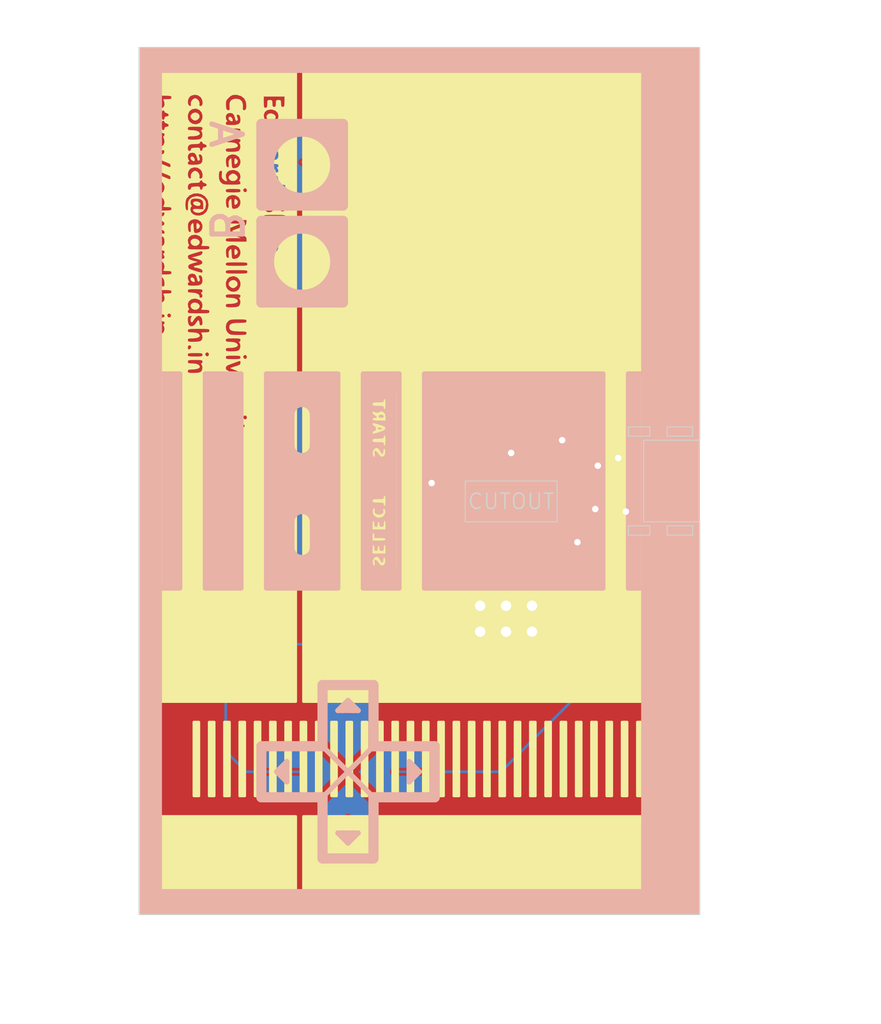
<source format=kicad_pcb>
(kicad_pcb (version 3) (host pcbnew "(2013-07-07 BZR 4022)-stable")
  (layers (15 F.Cu signal) (0 B.Cu signal) (18 B.Paste user) (19 F.Paste user) (20 B.SilkS user hide) (21 F.SilkS user hide) (22 B.Mask user) (23 F.Mask user) (28 Edge.Cuts user))
  (net 0 "")
  (net 1 +5V)
  (net 2 /MISO)
  (net 3 /MOSI)
  (net 4 /RST)
  (net 5 /SCK)
  (net 6 GND)
  (net 7 N-0000013)
  (net 8 N-0000016)
  (net 9 N-0000017)
  (net 10 N-000009)
  (module 15542661MicroUSBB (layer B.Cu) (at 194.5 92.5 270)
    (fp_text reference CON1 hide)
    (fp_text value USB-MINI-B hide)
    (pad 1 smd rect (at 1.3 1 270) (size 0.4 1.6) (layers B.Cu B.Paste B.Mask) (net 1 +5V))
    (pad 2 smd rect (at 0.65 1 270) (size 0.4 1.6) (layers B.Cu B.Paste B.Mask) (net 9 N-0000017))
    (pad 3 smd rect (at 0 1 270) (size 0.4 1.6) (layers B.Cu B.Paste B.Mask) (net 8 N-0000016))
    (pad 4 smd rect (at -0.65 1 270) (size 0.4 1.6) (layers B.Cu B.Paste B.Mask))
    (pad 5 smd rect (at -1.3 1 270) (size 0.4 1.6) (layers B.Cu B.Paste B.Mask) (net 6 GND))
    (pad 6 smd rect (at -4.8735 0.45 270) (size 1.4 2.6) (layers B.Cu B.Paste B.Mask) (net 6 GND))
    (pad 7 smd rect (at 4.8735 0.45 270) (size 1.4 2.6) (layers B.Cu B.Paste B.Mask) (net 6 GND))
    (pad 8 smd rect (at -4.8735 -3.55 270) (size 1.4 2.85) (layers B.Cu B.Paste B.Mask) (net 6 GND))
    (pad 9 smd rect (at 4.8735 -3.55 270) (size 1.4 2.85) (layers B.Cu B.Paste B.Mask) (net 6 GND))
  )
  (module SMini4-F3-B (layer B.Cu) (at 188.5 88.5 180)
    (fp_text reference D1 hide)
    (fp_text value ZENERARRAY hide)
    (pad 1 smd rect (at -0.65 0.95 180) (size 0.8 0.8) (layers B.Cu B.Paste B.Mask) (net 6 GND))
    (pad 2 smd rect (at -0.65 -0.95 180) (size 0.8 0.8) (layers B.Cu B.Paste B.Mask) (net 6 GND))
    (pad 3 smd rect (at 0.65 -0.95 180) (size 0.8 0.8) (layers B.Cu B.Paste B.Mask) (net 9 N-0000017))
    (pad 4 smd rect (at 0.65 0.95 180) (size 0.8 0.8) (layers B.Cu B.Paste B.Mask) (net 8 N-0000016))
  )
  (module SM0603 (layer B.Cu) (at 188 92 90)
    (fp_text reference R1 hide)
    (fp_text value 1.5k hide)
    (pad 1 smd rect (at -0.762 0 90) (size 0.635 1.143) (layers B.Cu B.Paste B.Mask) (net 1 +5V))
    (pad 2 smd rect (at 0.762 0 90) (size 0.635 1.143) (layers B.Cu B.Paste B.Mask) (net 9 N-0000017))
  )
  (module SM0402_c (layer B.Cu) (at 188 95.5 270)
    (fp_text reference C1 hide)
    (fp_text value 0.1uF hide)
    (pad 1 smd rect (at -0.44958 0 270) (size 0.39878 0.59944) (layers B.Cu B.Paste B.Mask) (net 1 +5V))
    (pad 2 smd rect (at 0.44958 0 270) (size 0.39878 0.59944) (layers B.Cu B.Paste B.Mask) (net 6 GND))
  )
  (module MNR12 (layer B.Cu) (at 184 88.5 90)
    (fp_text reference RP1 hide)
    (fp_text value 68R hide)
    (pad 1 smd rect (at -0.45 -0.875 90) (size 0.5 0.75) (layers B.Cu B.Paste B.Mask) (net 10 N-000009))
    (pad 2 smd rect (at 0.45 -0.875 90) (size 0.5 0.75) (layers B.Cu B.Paste B.Mask) (net 7 N-0000013))
    (pad 3 smd rect (at 0.45 0.875 90) (size 0.5 0.75) (layers B.Cu B.Paste B.Mask) (net 8 N-0000016))
    (pad 4 smd rect (at -0.45 0.875 90) (size 0.5 0.75) (layers B.Cu B.Paste B.Mask) (net 9 N-0000017))
  )
  (module so-14-inverted (layer B.Cu) (at 181.5 94.5 180)
    (fp_text reference IC1 hide)
    (fp_text value ATTINY44-S hide)
    (pad 1 smd rect (at -3.81 2.794 180) (size 0.635 1.27) (layers B.Cu B.Paste B.Mask) (net 1 +5V))
    (pad 2 smd rect (at -2.54 2.794 180) (size 0.635 1.27) (layers B.Cu B.Paste B.Mask))
    (pad 3 smd rect (at -1.27 2.794 180) (size 0.635 1.27) (layers B.Cu B.Paste B.Mask) (net 10 N-000009))
    (pad 4 smd rect (at 0 2.794 180) (size 0.635 1.27) (layers B.Cu B.Paste B.Mask) (net 4 /RST))
    (pad 5 smd rect (at 1.27 2.794 180) (size 0.635 1.27) (layers B.Cu B.Paste B.Mask) (net 7 N-0000013))
    (pad 6 smd rect (at 2.54 2.794 180) (size 0.635 1.27) (layers B.Cu B.Paste B.Mask))
    (pad 7 smd rect (at 3.81 2.794 180) (size 0.635 1.27) (layers B.Cu B.Paste B.Mask) (net 3 /MOSI))
    (pad 8 smd rect (at 3.81 -2.794 180) (size 0.635 1.27) (layers B.Cu B.Paste B.Mask) (net 2 /MISO))
    (pad 9 smd rect (at 2.54 -2.794 180) (size 0.635 1.27) (layers B.Cu B.Paste B.Mask) (net 5 /SCK))
    (pad 10 smd rect (at 1.27 -2.794 180) (size 0.635 1.27) (layers B.Cu B.Paste B.Mask))
    (pad 11 smd rect (at 0 -2.794 180) (size 0.635 1.27) (layers B.Cu B.Paste B.Mask))
    (pad 12 smd rect (at -1.27 -2.794 180) (size 0.635 1.27) (layers B.Cu B.Paste B.Mask))
    (pad 13 smd rect (at -2.54 -2.794 180) (size 0.635 1.27) (layers B.Cu B.Paste B.Mask))
    (pad 14 smd rect (at -3.81 -2.794 180) (size 0.635 1.27) (layers B.Cu B.Paste B.Mask) (net 6 GND))
  )
  (module LOGO (layer F.Cu) (at 152.75 72 270)
    (fp_text reference G*** hide)
    (fp_text value LOGO hide)
  )
  (module selectstart (layer B.Cu) (at 168.5 92.5 270)
    (fp_text reference G*** hide)
    (fp_text value selectstart hide)
  )
  (module pin_array_3x2_no_silk (layer F.Cu) (at 181 106)
    (fp_text reference P1 (at 0 -3.81) (layer F.SilkS) (effects (font (size 1.016 1.016) (thickness 0.2032))))
    (fp_text value CONN_3X2 hide)
    (pad 1 thru_hole rect (at -2.54 1.27) (size 1.524 1.524) (drill 1.016) (layers *.Cu *.Mask F.SilkS) (net 2 /MISO))
    (pad 2 thru_hole circle (at -2.54 -1.27) (size 1.524 1.524) (drill 1.016) (layers *.Cu *.Mask F.SilkS) (net 1 +5V))
    (pad 3 thru_hole circle (at 0 1.27) (size 1.524 1.524) (drill 1.016) (layers *.Cu *.Mask F.SilkS) (net 5 /SCK))
    (pad 4 thru_hole circle (at 0 -1.27) (size 1.524 1.524) (drill 1.016) (layers *.Cu *.Mask F.SilkS) (net 3 /MOSI))
    (pad 5 thru_hole circle (at 2.54 1.27) (size 1.524 1.524) (drill 1.016) (layers *.Cu *.Mask F.SilkS) (net 4 /RST))
    (pad 6 thru_hole circle (at 2.54 -1.27) (size 1.524 1.524) (drill 1.016) (layers *.Cu *.Mask F.SilkS) (net 6 GND))
  )
  (gr_line (start 196.8 87.2) (end 196.8 88.1) (angle 90) (layer Edge.Cuts) (width 0.1))
  (gr_line (start 199.3 87.2) (end 199.3 88.1) (angle 90) (layer Edge.Cuts) (width 0.1))
  (gr_line (start 196.8 87.2) (end 199.3 87.2) (angle 90) (layer Edge.Cuts) (width 0.1))
  (gr_line (start 196.8 88.1) (end 199.3 88.1) (angle 90) (layer Edge.Cuts) (width 0.1))
  (gr_line (start 193 88.1) (end 193 87.2) (angle 90) (layer Edge.Cuts) (width 0.1))
  (gr_line (start 195.1 88.1) (end 193 88.1) (angle 90) (layer Edge.Cuts) (width 0.1))
  (gr_line (start 195.1 87.2) (end 195.1 88.1) (angle 90) (layer Edge.Cuts) (width 0.1))
  (gr_line (start 193 87.2) (end 195.1 87.2) (angle 90) (layer Edge.Cuts) (width 0.1))
  (gr_line (start 193 96.9) (end 195.1 96.9) (angle 90) (layer Edge.Cuts) (width 0.1))
  (gr_line (start 193 97.8) (end 193 96.9) (angle 90) (layer Edge.Cuts) (width 0.1))
  (gr_line (start 195.1 97.8) (end 193 97.8) (angle 90) (layer Edge.Cuts) (width 0.1))
  (gr_line (start 195.1 97.8) (end 195.1 96.9) (angle 90) (layer Edge.Cuts) (width 0.1))
  (gr_line (start 196.8 96.9) (end 199.3 96.9) (angle 90) (layer Edge.Cuts) (width 0.1))
  (gr_line (start 196.8 97.8) (end 196.8 96.9) (angle 90) (layer Edge.Cuts) (width 0.1))
  (gr_line (start 199.3 97.8) (end 196.8 97.8) (angle 90) (layer Edge.Cuts) (width 0.1))
  (gr_line (start 199.3 96.9) (end 199.3 97.8) (angle 90) (layer Edge.Cuts) (width 0.1))
  (gr_text CUTOUT (at 181.5 94.5) (layer Edge.Cuts) (effects (font (size 1.5 1.5))))
  (gr_line (start 186 96.5) (end 186 92.5) (angle 90) (layer Edge.Cuts) (width 0.1))
  (gr_line (start 177 96.5) (end 186 96.5) (angle 90) (layer Edge.Cuts) (width 0.1))
  (gr_line (start 177 92.5) (end 177 96.5) (angle 90) (layer Edge.Cuts) (width 0.1))
  (gr_line (start 186 92.5) (end 177 92.5) (angle 90) (layer Edge.Cuts) (width 0.1))
  (gr_circle (center 161 71) (end 161 68) (layer B.SilkS) (width 0.5))
  (gr_line (start 157 57.5) (end 157 65.5) (angle 90) (layer B.SilkS) (width 1))
  (gr_circle (center 161 61.5) (end 161 64.5) (layer B.SilkS) (width 0.5))
  (gr_text A (at 153.5 58.5 270) (layer B.SilkS) (effects (font (size 3 3) (thickness 0.5)) (justify mirror)))
  (gr_text B (at 153.5 67.5 270) (layer B.SilkS) (effects (font (size 3 3) (thickness 0.5)) (justify mirror)))
  (gr_line (start 170 103) (end 170 82) (angle 90) (layer B.SilkS) (width 0.5))
  (gr_line (start 194 82) (end 194 103) (angle 90) (layer B.SilkS) (width 0.5))
  (gr_line (start 193 103) (end 195 103) (angle 90) (layer B.SilkS) (width 0.5))
  (gr_line (start 193 82) (end 193 103) (angle 90) (layer B.SilkS) (width 0.5))
  (gr_line (start 194.5 82) (end 193 82) (angle 90) (layer B.SilkS) (width 0.5))
  (gr_line (start 190.5 103) (end 173 103) (angle 90) (layer B.SilkS) (width 0.5))
  (gr_line (start 190.5 82) (end 190.5 103) (angle 90) (layer B.SilkS) (width 0.5))
  (gr_line (start 173 82) (end 190.5 82) (angle 90) (layer B.SilkS) (width 0.5))
  (gr_line (start 147.5 82) (end 147.5 103) (angle 90) (layer B.SilkS) (width 0.5))
  (gr_line (start 173 82) (end 173 103) (angle 90) (layer B.SilkS) (width 0.5))
  (gr_line (start 167 103) (end 167 82) (angle 90) (layer B.SilkS) (width 0.5))
  (gr_line (start 170.5 103) (end 167 103) (angle 90) (layer B.SilkS) (width 0.5))
  (gr_line (start 170.5 82) (end 170.5 103) (angle 90) (layer B.SilkS) (width 0.5))
  (gr_line (start 167 82) (end 170.5 82) (angle 90) (layer B.SilkS) (width 0.5))
  (gr_line (start 149 82) (end 146 82) (angle 90) (layer B.SilkS) (width 0.5))
  (gr_line (start 149 103) (end 149 82) (angle 90) (layer B.SilkS) (width 0.5))
  (gr_line (start 149 103) (end 146 103) (angle 90) (layer B.SilkS) (width 0.5))
  (gr_line (start 151.5 103) (end 155 103) (angle 90) (layer B.SilkS) (width 0.5))
  (gr_line (start 151.5 82) (end 151.5 103) (angle 90) (layer B.SilkS) (width 0.5))
  (gr_line (start 155 82) (end 151.5 82) (angle 90) (layer B.SilkS) (width 0.5))
  (gr_line (start 155 103) (end 155 82) (angle 90) (layer B.SilkS) (width 0.5))
  (gr_line (start 157.5 103) (end 157.5 82) (angle 90) (layer B.SilkS) (width 0.5))
  (gr_line (start 164.5 82) (end 164.5 103) (angle 90) (layer B.SilkS) (width 0.5))
  (gr_line (start 157.5 103) (end 164.5 103) (angle 90) (layer B.SilkS) (width 0.5))
  (gr_line (start 164.5 82) (end 157.5 82) (angle 90) (layer B.SilkS) (width 0.5))
  (gr_line (start 162 96.5) (end 162 99) (angle 90) (layer B.SilkS) (width 0.5))
  (gr_line (start 160 96.5) (end 160 99) (angle 90) (layer B.SilkS) (width 0.5))
  (gr_line (start 162 86) (end 162 89) (angle 90) (layer B.SilkS) (width 0.5))
  (gr_line (start 160 86) (end 160 89) (angle 90) (layer B.SilkS) (width 0.5))
  (gr_arc (start 161 99) (end 162 99) (angle 90) (layer B.SilkS) (width 0.5))
  (gr_arc (start 161 99) (end 161 100) (angle 90) (layer B.SilkS) (width 0.5))
  (gr_arc (start 161 96.5) (end 160 96.5) (angle 90) (layer B.SilkS) (width 0.5))
  (gr_arc (start 161 96.5) (end 161 95.5) (angle 90) (layer B.SilkS) (width 0.5))
  (gr_arc (start 161 89) (end 162 89) (angle 90) (layer B.SilkS) (width 0.5))
  (gr_arc (start 161 89) (end 161 90) (angle 90) (layer B.SilkS) (width 0.5))
  (gr_arc (start 161 86) (end 160 86) (angle 90) (layer B.SilkS) (width 0.5))
  (gr_arc (start 161 86) (end 161 85) (angle 90) (layer B.SilkS) (width 0.5))
  (gr_line (start 163 118.5) (end 168 123.5) (angle 90) (layer B.SilkS) (width 0.5))
  (gr_line (start 163 123.5) (end 168 118.5) (angle 90) (layer B.SilkS) (width 0.5))
  (gr_line (start 165.5 127.5) (end 166 127) (angle 90) (layer B.SilkS) (width 0.5))
  (gr_line (start 165 127) (end 165.5 127.5) (angle 90) (layer B.SilkS) (width 0.5))
  (gr_line (start 166.5 127) (end 165.5 128) (angle 90) (layer B.SilkS) (width 0.5))
  (gr_line (start 164.5 127) (end 166.5 127) (angle 90) (layer B.SilkS) (width 0.5))
  (gr_line (start 165.5 128) (end 164.5 127) (angle 90) (layer B.SilkS) (width 0.5))
  (gr_line (start 159 121) (end 159.5 120.5) (angle 90) (layer B.SilkS) (width 0.5))
  (gr_line (start 159.5 121.5) (end 159 121) (angle 90) (layer B.SilkS) (width 0.5))
  (gr_line (start 159.5 122) (end 158.5 121) (angle 90) (layer B.SilkS) (width 0.5))
  (gr_line (start 159.5 120) (end 159.5 122) (angle 90) (layer B.SilkS) (width 0.5))
  (gr_line (start 158.5 121) (end 159.5 120) (angle 90) (layer B.SilkS) (width 0.5))
  (gr_line (start 172 121) (end 171.5 121.5) (angle 90) (layer B.SilkS) (width 0.5))
  (gr_line (start 171.5 120.5) (end 172 121) (angle 90) (layer B.SilkS) (width 0.5))
  (gr_line (start 171.5 122) (end 172.5 121) (angle 90) (layer B.SilkS) (width 0.5))
  (gr_line (start 171.5 120) (end 171.5 122) (angle 90) (layer B.SilkS) (width 0.5))
  (gr_line (start 172.5 121) (end 171.5 120) (angle 90) (layer B.SilkS) (width 0.5))
  (gr_line (start 165.5 114.5) (end 166 115) (angle 90) (layer B.SilkS) (width 0.5))
  (gr_line (start 165 115) (end 165.5 114.5) (angle 90) (layer B.SilkS) (width 0.5))
  (gr_line (start 166.5 115) (end 165.5 114) (angle 90) (layer B.SilkS) (width 0.5))
  (gr_line (start 164.5 115) (end 166.5 115) (angle 90) (layer B.SilkS) (width 0.5))
  (gr_line (start 165.5 114) (end 164.5 115) (angle 90) (layer B.SilkS) (width 0.5))
  (gr_line (start 163 112.5) (end 163 118.5) (angle 90) (layer B.SilkS) (width 1))
  (gr_line (start 157 118.5) (end 163 118.5) (angle 90) (layer B.SilkS) (width 1))
  (gr_line (start 168 112.5) (end 163 112.5) (angle 90) (layer B.SilkS) (width 1))
  (gr_line (start 168 118.5) (end 168 112.5) (angle 90) (layer B.SilkS) (width 1))
  (gr_line (start 174 118.5) (end 168 118.5) (angle 90) (layer B.SilkS) (width 1))
  (gr_line (start 174 123.5) (end 174 118.5) (angle 90) (layer B.SilkS) (width 1))
  (gr_line (start 168 123.5) (end 174 123.5) (angle 90) (layer B.SilkS) (width 1))
  (gr_line (start 168 129.5) (end 168 123.5) (angle 90) (layer B.SilkS) (width 1))
  (gr_line (start 163 129.5) (end 168 129.5) (angle 90) (layer B.SilkS) (width 1))
  (gr_line (start 163 123.5) (end 163 129.5) (angle 90) (layer B.SilkS) (width 1))
  (gr_line (start 157 123.5) (end 163 123.5) (angle 90) (layer B.SilkS) (width 1))
  (gr_line (start 157 118.5) (end 157 123.5) (angle 90) (layer B.SilkS) (width 1))
  (gr_line (start 165 67) (end 157 67) (angle 90) (layer B.SilkS) (width 1))
  (gr_line (start 165 75) (end 165 67) (angle 90) (layer B.SilkS) (width 1))
  (gr_line (start 157 75) (end 165 75) (angle 90) (layer B.SilkS) (width 1))
  (gr_line (start 165 57.5) (end 161 57.5) (angle 90) (layer B.SilkS) (width 1))
  (gr_line (start 165 65.5) (end 165 57.5) (angle 90) (layer B.SilkS) (width 1))
  (gr_line (start 157 65.5) (end 165 65.5) (angle 90) (layer B.SilkS) (width 1))
  (gr_line (start 157 67) (end 157 75) (angle 90) (layer B.SilkS) (width 1))
  (gr_line (start 161 57.5) (end 157 57.5) (angle 90) (layer B.SilkS) (width 1))
  (gr_line (start 200 96.5) (end 200 135) (angle 90) (layer Edge.Cuts) (width 0.1))
  (gr_line (start 194.5 96.5) (end 200 96.5) (angle 90) (layer Edge.Cuts) (width 0.1))
  (gr_line (start 194.5 88.5) (end 194.5 96.5) (angle 90) (layer Edge.Cuts) (width 0.1))
  (gr_line (start 200 88.5) (end 194.5 88.5) (angle 90) (layer Edge.Cuts) (width 0.1))
  (gr_line (start 200 50) (end 200 88.5) (angle 90) (layer Edge.Cuts) (width 0.1))
  (gr_line (start 145 50) (end 200 50) (angle 90) (layer Edge.Cuts) (width 0.1))
  (gr_line (start 200 135) (end 145 135) (angle 90) (layer Edge.Cuts) (width 0.1))
  (gr_line (start 145 135) (end 145 50) (angle 90) (layer Edge.Cuts) (width 0.1))
  (segment (start 165.3 114.89) (end 165.28 114.91) (width 0.254) (layer B.Cu) (net 0))
  (segment (start 165.3 111.38) (end 165.3 114.89) (width 0.254) (layer B.Cu) (net 0))
  (segment (start 165.81 110.87) (end 165.3 111.38) (width 0.254) (layer B.Cu) (net 0))
  (segment (start 168.3 110.87) (end 165.81 110.87) (width 0.254) (layer B.Cu) (net 0))
  (segment (start 171.2 113.77) (end 168.3 110.87) (width 0.254) (layer B.Cu) (net 0))
  (segment (start 172.34 113.77) (end 171.2 113.77) (width 0.254) (layer B.Cu) (net 0))
  (segment (start 172.34 113.77) (end 172.27 113.77) (width 0.254) (layer B.Cu) (net 0))
  (segment (start 195 107) (end 195 128.5) (width 0.254) (layer B.Cu) (net 0))
  (segment (start 195 128.5) (end 192 131.5) (width 0.254) (layer B.Cu) (net 0))
  (segment (start 192 131.5) (end 167.5 131.5) (width 0.254) (layer B.Cu) (net 0))
  (segment (start 187.5 108.62) (end 187.5 109) (width 0.254) (layer B.Cu) (net 0))
  (segment (start 182.73 113.77) (end 172.34 113.77) (width 0.254) (layer B.Cu) (net 0))
  (segment (start 187.5 109) (end 182.73 113.77) (width 0.254) (layer B.Cu) (net 0))
  (segment (start 181.5 97.294) (end 181.5 99.25) (width 0.254) (layer B.Cu) (net 0))
  (segment (start 181.5 99.25) (end 182.5 100.25) (width 0.254) (layer B.Cu) (net 0))
  (segment (start 182.5 100.25) (end 185.5 100.25) (width 0.254) (layer B.Cu) (net 0))
  (segment (start 185.5 100.25) (end 187.5 102.25) (width 0.254) (layer B.Cu) (net 0))
  (segment (start 187.5 102.25) (end 187.5 108.62) (width 0.254) (layer B.Cu) (net 0))
  (segment (start 187.5 108.62) (end 187.5 108.75) (width 0.254) (layer B.Cu) (net 0))
  (segment (start 153.5 119) (end 153.5 112.5) (width 0.254) (layer B.Cu) (net 0))
  (segment (start 155.5 121) (end 153.5 119) (width 0.254) (layer B.Cu) (net 0))
  (segment (start 169 108.5) (end 172.5 112) (width 0.254) (layer B.Cu) (net 0))
  (segment (start 172.5 112) (end 181 112) (width 0.254) (layer B.Cu) (net 0))
  (segment (start 181 112) (end 186 107) (width 0.254) (layer B.Cu) (net 0))
  (segment (start 186 107) (end 186 103) (width 0.254) (layer B.Cu) (net 0))
  (segment (start 186 103) (end 184.5 101.5) (width 0.254) (layer B.Cu) (net 0))
  (segment (start 184.5 101.5) (end 182 101.5) (width 0.254) (layer B.Cu) (net 0))
  (segment (start 182 101.5) (end 180.23 99.73) (width 0.254) (layer B.Cu) (net 0))
  (segment (start 180.23 97.294) (end 180.23 99.73) (width 0.254) (layer B.Cu) (net 0))
  (segment (start 155.5 121) (end 161 121) (width 0.254) (layer B.Cu) (net 0))
  (segment (start 157.5 108.5) (end 169 108.5) (width 0.254) (layer B.Cu) (net 0))
  (segment (start 153.5 112.5) (end 157.5 108.5) (width 0.254) (layer B.Cu) (net 0))
  (segment (start 184.04 97.294) (end 184.04 98.04) (width 0.254) (layer B.Cu) (net 0))
  (segment (start 165.5 129.5) (end 165.5 125.5) (width 0.254) (layer B.Cu) (net 0))
  (segment (start 167.5 131.5) (end 165.5 129.5) (width 0.254) (layer B.Cu) (net 0))
  (segment (start 186.5 98.5) (end 195 107) (width 0.254) (layer B.Cu) (net 0))
  (segment (start 184.5 98.5) (end 186.5 98.5) (width 0.254) (layer B.Cu) (net 0))
  (segment (start 184.04 98.04) (end 184.5 98.5) (width 0.254) (layer B.Cu) (net 0))
  (segment (start 182.77 97.294) (end 182.77 98.77) (width 0.254) (layer B.Cu) (net 0))
  (segment (start 180.5 121) (end 170 121) (width 0.254) (layer B.Cu) (net 0))
  (segment (start 190 111.5) (end 180.5 121) (width 0.254) (layer B.Cu) (net 0))
  (segment (start 190 103.5) (end 190 111.5) (width 0.254) (layer B.Cu) (net 0))
  (segment (start 186 99.5) (end 190 103.5) (width 0.254) (layer B.Cu) (net 0))
  (segment (start 183.5 99.5) (end 186 99.5) (width 0.254) (layer B.Cu) (net 0))
  (segment (start 182.77 98.77) (end 183.5 99.5) (width 0.254) (layer B.Cu) (net 0))
  (segment (start 161 61.25) (end 162.75 61.25) (width 0.254) (layer B.Cu) (net 0))
  (segment (start 178.96 77.46) (end 178.96 91.706) (width 0.254) (layer B.Cu) (net 0))
  (segment (start 162.75 61.25) (end 178.96 77.46) (width 0.254) (layer B.Cu) (net 0))
  (segment (start 185.31 91.706) (end 186.944 91.706) (width 0.254) (layer B.Cu) (net 1))
  (segment (start 186.944 91.706) (end 188 92.762) (width 0.254) (layer B.Cu) (net 1))
  (segment (start 189.75 100.75) (end 184.5 106) (width 0.254) (layer F.Cu) (net 1))
  (segment (start 189.75 100.75) (end 189.75 95.25) (width 0.254) (layer F.Cu) (net 1))
  (via (at 189.75 95.25) (size 0.889) (layers F.Cu B.Cu) (net 1))
  (segment (start 189.75 95.25) (end 189.55042 95.05042) (width 0.254) (layer B.Cu) (net 1))
  (segment (start 188 95.05042) (end 189.55042 95.05042) (width 0.254) (layer B.Cu) (net 1))
  (segment (start 179.73 106) (end 178.46 104.73) (width 0.254) (layer F.Cu) (net 1))
  (segment (start 184.5 106) (end 179.73 106) (width 0.254) (layer F.Cu) (net 1))
  (segment (start 178.46 104.73) (end 178.48 104.73) (width 0.254) (layer F.Cu) (net 1))
  (segment (start 193.5 93.8) (end 188 93.8) (width 0.254) (layer B.Cu) (net 1))
  (segment (start 188 93.8) (end 188 94) (width 0.254) (layer B.Cu) (net 1))
  (segment (start 188 95.05042) (end 188 94) (width 0.254) (layer B.Cu) (net 1))
  (segment (start 188 94) (end 188 92.762) (width 0.254) (layer B.Cu) (net 1))
  (segment (start 161 87.5) (end 165 87.5) (width 0.254) (layer B.Cu) (net 2))
  (segment (start 174.794 97.294) (end 177.69 97.294) (width 0.254) (layer B.Cu) (net 2))
  (segment (start 165 87.5) (end 174.794 97.294) (width 0.254) (layer B.Cu) (net 2))
  (segment (start 176.5 104.75) (end 176.5 105.31) (width 0.254) (layer B.Cu) (net 2))
  (segment (start 177.69 97.294) (end 176.5 98.484) (width 0.254) (layer B.Cu) (net 2))
  (segment (start 176.5 104.75) (end 176.5 98.484) (width 0.254) (layer B.Cu) (net 2))
  (segment (start 176.5 105.31) (end 178.46 107.27) (width 0.254) (layer B.Cu) (net 2))
  (segment (start 177.69 91.706) (end 174.694 91.706) (width 0.254) (layer B.Cu) (net 3))
  (segment (start 181 103.4) (end 181 104.73) (width 0.254) (layer F.Cu) (net 3))
  (segment (start 179.4 101.8) (end 181 103.4) (width 0.254) (layer F.Cu) (net 3))
  (segment (start 176.5 101.8) (end 179.4 101.8) (width 0.254) (layer F.Cu) (net 3))
  (segment (start 173.7 99) (end 176.5 101.8) (width 0.254) (layer F.Cu) (net 3))
  (segment (start 173.7 92.7) (end 173.7 99) (width 0.254) (layer F.Cu) (net 3))
  (via (at 173.7 92.7) (size 0.889) (layers F.Cu B.Cu) (net 3))
  (segment (start 174.694 91.706) (end 173.7 92.7) (width 0.254) (layer B.Cu) (net 3))
  (segment (start 181 104.73) (end 181 104.5) (width 0.254) (layer F.Cu) (net 3))
  (segment (start 161 71.25) (end 161 75.016) (width 0.254) (layer B.Cu) (net 3))
  (segment (start 161 75.016) (end 177.69 91.706) (width 0.254) (layer B.Cu) (net 3))
  (segment (start 183.54 107.27) (end 185.73 107.27) (width 0.254) (layer F.Cu) (net 4))
  (segment (start 181.5 89.75) (end 181.5 91.706) (width 0.254) (layer B.Cu) (net 4))
  (via (at 181.5 89.75) (size 0.889) (layers F.Cu B.Cu) (net 4))
  (segment (start 186.5 89.75) (end 181.5 89.75) (width 0.254) (layer F.Cu) (net 4))
  (segment (start 191.25 94.5) (end 186.5 89.75) (width 0.254) (layer F.Cu) (net 4))
  (segment (start 191.25 101.75) (end 191.25 94.5) (width 0.254) (layer F.Cu) (net 4))
  (segment (start 185.73 107.27) (end 191.25 101.75) (width 0.254) (layer F.Cu) (net 4))
  (segment (start 181 107.27) (end 181 106.5) (width 0.254) (layer B.Cu) (net 5))
  (segment (start 178.96 100.46) (end 179.75 101.25) (width 0.254) (layer B.Cu) (net 5))
  (segment (start 178.96 100.46) (end 178.96 97.294) (width 0.254) (layer B.Cu) (net 5))
  (segment (start 179.75 105.25) (end 179.75 101.25) (width 0.254) (layer B.Cu) (net 5))
  (segment (start 181 106.5) (end 179.75 105.25) (width 0.254) (layer B.Cu) (net 5))
  (segment (start 181 107.27) (end 181 108.5) (width 0.254) (layer B.Cu) (net 5))
  (segment (start 172.5 109) (end 161 97.5) (width 0.254) (layer B.Cu) (net 5))
  (segment (start 180.5 109) (end 172.5 109) (width 0.254) (layer B.Cu) (net 5))
  (segment (start 181 108.5) (end 180.5 109) (width 0.254) (layer B.Cu) (net 5))
  (segment (start 183.54 104.73) (end 183.77 104.73) (width 0.254) (layer F.Cu) (net 6))
  (segment (start 183.77 104.73) (end 185.5 103) (width 0.254) (layer F.Cu) (net 6))
  (segment (start 194.05 97.3735) (end 194.05 96.8) (width 0.254) (layer B.Cu) (net 6))
  (segment (start 192.95 91.2) (end 193.5 91.2) (width 0.254) (layer B.Cu) (net 6))
  (segment (start 192 90.25) (end 192.95 91.2) (width 0.254) (layer B.Cu) (net 6))
  (via (at 192 90.25) (size 0.889) (layers F.Cu B.Cu) (net 6))
  (segment (start 192 94.75) (end 192 90.25) (width 0.254) (layer F.Cu) (net 6))
  (segment (start 192.75 95.5) (end 192 94.75) (width 0.254) (layer F.Cu) (net 6))
  (via (at 192.75 95.5) (size 0.889) (layers F.Cu B.Cu) (net 6))
  (segment (start 194.05 96.8) (end 192.75 95.5) (width 0.254) (layer B.Cu) (net 6))
  (segment (start 188 97.25) (end 188 97.3735) (width 0.254) (layer B.Cu) (net 6))
  (segment (start 188 98.5) (end 188 97.25) (width 0.254) (layer B.Cu) (net 6))
  (via (at 188 98.5) (size 0.889) (layers F.Cu B.Cu) (net 6))
  (segment (start 188 100.5) (end 188 98.5) (width 0.254) (layer F.Cu) (net 6))
  (segment (start 185.27 103.23) (end 185.5 103) (width 0.254) (layer F.Cu) (net 6))
  (segment (start 185.5 103) (end 188 100.5) (width 0.254) (layer F.Cu) (net 6))
  (segment (start 194.05 87.6265) (end 189.2265 87.6265) (width 0.254) (layer B.Cu) (net 6))
  (segment (start 189.2265 87.6265) (end 189.15 87.55) (width 0.254) (layer B.Cu) (net 6))
  (segment (start 189.15 87.55) (end 189.15 89.45) (width 0.254) (layer B.Cu) (net 6))
  (segment (start 193.5 91.2) (end 193.5 88.1765) (width 0.254) (layer B.Cu) (net 6))
  (segment (start 193.5 88.1765) (end 194.05 87.6265) (width 0.254) (layer B.Cu) (net 6))
  (segment (start 188 95.94958) (end 188 97.3735) (width 0.254) (layer B.Cu) (net 6))
  (segment (start 194.05 97.3735) (end 188 97.3735) (width 0.254) (layer B.Cu) (net 6))
  (segment (start 188 97.3735) (end 185.3895 97.3735) (width 0.254) (layer B.Cu) (net 6))
  (segment (start 185.3895 97.3735) (end 185.31 97.294) (width 0.254) (layer B.Cu) (net 6))
  (segment (start 198.05 97.3735) (end 194.05 97.3735) (width 0.254) (layer B.Cu) (net 6))
  (segment (start 194.05 87.6265) (end 198.05 87.6265) (width 0.254) (layer B.Cu) (net 6))
  (segment (start 180.23 91.706) (end 180.23 88.77) (width 0.254) (layer B.Cu) (net 7))
  (segment (start 180.95 88.05) (end 183.125 88.05) (width 0.254) (layer B.Cu) (net 7))
  (segment (start 180.23 88.77) (end 180.95 88.05) (width 0.254) (layer B.Cu) (net 7))
  (segment (start 193.5 92.5) (end 191.5 92.5) (width 0.254) (layer B.Cu) (net 8))
  (segment (start 186.05 88.05) (end 184.875 88.05) (width 0.254) (layer B.Cu) (net 8))
  (segment (start 186.5 88.5) (end 186.05 88.05) (width 0.254) (layer B.Cu) (net 8))
  (via (at 186.5 88.5) (size 0.889) (layers F.Cu B.Cu) (net 8))
  (segment (start 187.5 88.5) (end 186.5 88.5) (width 0.254) (layer F.Cu) (net 8))
  (segment (start 190 91) (end 187.5 88.5) (width 0.254) (layer F.Cu) (net 8))
  (via (at 190 91) (size 0.889) (layers F.Cu B.Cu) (net 8))
  (segment (start 191.5 92.5) (end 190 91) (width 0.254) (layer B.Cu) (net 8))
  (segment (start 187.85 87.55) (end 185.375 87.55) (width 0.254) (layer B.Cu) (net 8))
  (segment (start 185.375 87.55) (end 184.875 88.05) (width 0.254) (layer B.Cu) (net 8))
  (segment (start 187.85 89.45) (end 185.375 89.45) (width 0.254) (layer B.Cu) (net 9))
  (segment (start 185.375 89.45) (end 184.875 88.95) (width 0.254) (layer B.Cu) (net 9))
  (segment (start 187.85 89.45) (end 187.85 91.088) (width 0.254) (layer B.Cu) (net 9))
  (segment (start 187.85 91.088) (end 188 91.238) (width 0.254) (layer B.Cu) (net 9))
  (segment (start 193.5 93.15) (end 190.65 93.15) (width 0.254) (layer B.Cu) (net 9))
  (segment (start 188.738 91.238) (end 188 91.238) (width 0.254) (layer B.Cu) (net 9))
  (segment (start 190.65 93.15) (end 188.738 91.238) (width 0.254) (layer B.Cu) (net 9))
  (segment (start 182.77 91.706) (end 182.77 89.305) (width 0.254) (layer B.Cu) (net 10))
  (segment (start 182.77 89.305) (end 183.125 88.95) (width 0.254) (layer B.Cu) (net 10))
  (zone (net 0) (net_name "") (layer F.SilkS) (connect_pads (clearance 0)) (min_thickness 0.254) (fill (arc_segments 16) (thermal_gap 0.508) (thermal_bridge_width 0.508))
    (polygon (pts (xy 194.5 123.5) (xy 193.75 123.5) (xy 193.75 116) (xy 194.5 116)))
  )
  (zone (net 0) (net_name "") (layer F.SilkS) (connect_pads (clearance 0)) (min_thickness 0.254) (fill (arc_segments 16) (thermal_gap 0.508) (thermal_bridge_width 0.508))
    (polygon (pts (xy 193 123.5) (xy 192.25 123.5) (xy 192.25 116) (xy 193 116)))
  )
  (zone (net 0) (net_name "") (layer F.SilkS) (connect_pads (clearance 0)) (min_thickness 0.254) (fill (arc_segments 16) (thermal_gap 0.508) (thermal_bridge_width 0.508))
    (polygon (pts (xy 191.5 123.5) (xy 190.75 123.5) (xy 190.75 116) (xy 191.5 116)))
  )
  (zone (net 0) (net_name "") (layer F.SilkS) (connect_pads (clearance 0)) (min_thickness 0.254) (fill (arc_segments 16) (thermal_gap 0.508) (thermal_bridge_width 0.508))
    (polygon (pts (xy 190 123.5) (xy 189.25 123.5) (xy 189.25 116) (xy 190 116)))
  )
  (zone (net 0) (net_name "") (layer F.SilkS) (connect_pads (clearance 0)) (min_thickness 0.254) (fill (arc_segments 16) (thermal_gap 0.508) (thermal_bridge_width 0.508))
    (polygon (pts (xy 188.5 123.5) (xy 187.75 123.5) (xy 187.75 116) (xy 188.5 116)))
  )
  (zone (net 0) (net_name "") (layer F.SilkS) (connect_pads (clearance 0)) (min_thickness 0.254) (fill (arc_segments 16) (thermal_gap 0.508) (thermal_bridge_width 0.508))
    (polygon (pts (xy 187 123.5) (xy 186.25 123.5) (xy 186.25 116) (xy 187 116)))
  )
  (zone (net 0) (net_name "") (layer F.SilkS) (connect_pads (clearance 0)) (min_thickness 0.254) (fill (arc_segments 16) (thermal_gap 0.508) (thermal_bridge_width 0.508))
    (polygon (pts (xy 185.5 123.5) (xy 184.75 123.5) (xy 184.75 116) (xy 185.5 116)))
  )
  (zone (net 0) (net_name "") (layer F.SilkS) (connect_pads (clearance 0)) (min_thickness 0.254) (fill (arc_segments 16) (thermal_gap 0.508) (thermal_bridge_width 0.508))
    (polygon (pts (xy 184 123.5) (xy 183.25 123.5) (xy 183.25 116) (xy 184 116)))
  )
  (zone (net 0) (net_name "") (layer F.SilkS) (connect_pads (clearance 0)) (min_thickness 0.254) (fill (arc_segments 16) (thermal_gap 0.508) (thermal_bridge_width 0.508))
    (polygon (pts (xy 182.5 123.5) (xy 181.75 123.5) (xy 181.75 116) (xy 182.5 116)))
  )
  (zone (net 0) (net_name "") (layer F.SilkS) (connect_pads (clearance 0)) (min_thickness 0.254) (fill (arc_segments 16) (thermal_gap 0.508) (thermal_bridge_width 0.508))
    (polygon (pts (xy 181 123.5) (xy 180.25 123.5) (xy 180.25 116) (xy 181 116)))
  )
  (zone (net 0) (net_name "") (layer F.SilkS) (connect_pads (clearance 0)) (min_thickness 0.254) (fill (arc_segments 16) (thermal_gap 0.508) (thermal_bridge_width 0.508))
    (polygon (pts (xy 179.5 123.5) (xy 178.75 123.5) (xy 178.75 116) (xy 179.5 116)))
  )
  (zone (net 0) (net_name "") (layer F.SilkS) (connect_pads (clearance 0)) (min_thickness 0.254) (fill (arc_segments 16) (thermal_gap 0.508) (thermal_bridge_width 0.508))
    (polygon (pts (xy 178 123.5) (xy 177.25 123.5) (xy 177.25 116) (xy 178 116)))
  )
  (zone (net 0) (net_name "") (layer F.SilkS) (connect_pads (clearance 0)) (min_thickness 0.254) (fill (arc_segments 16) (thermal_gap 0.508) (thermal_bridge_width 0.508))
    (polygon (pts (xy 176.5 123.5) (xy 175.75 123.5) (xy 175.75 116) (xy 176.5 116)))
  )
  (zone (net 0) (net_name "") (layer F.SilkS) (connect_pads (clearance 0)) (min_thickness 0.254) (fill (arc_segments 16) (thermal_gap 0.508) (thermal_bridge_width 0.508))
    (polygon (pts (xy 175 123.5) (xy 174.25 123.5) (xy 174.25 116) (xy 175 116)))
  )
  (zone (net 0) (net_name "") (layer F.SilkS) (connect_pads (clearance 0)) (min_thickness 0.254) (fill (arc_segments 16) (thermal_gap 0.508) (thermal_bridge_width 0.508))
    (polygon (pts (xy 173.5 123.5) (xy 172.75 123.5) (xy 172.75 116) (xy 173.5 116)))
  )
  (zone (net 0) (net_name "") (layer F.SilkS) (connect_pads (clearance 0)) (min_thickness 0.254) (fill (arc_segments 16) (thermal_gap 0.508) (thermal_bridge_width 0.508))
    (polygon (pts (xy 172 123.5) (xy 171.25 123.5) (xy 171.25 116) (xy 172 116)))
  )
  (zone (net 0) (net_name "") (layer F.SilkS) (connect_pads (clearance 0)) (min_thickness 0.254) (fill (arc_segments 16) (thermal_gap 0.508) (thermal_bridge_width 0.508))
    (polygon (pts (xy 170.5 123.5) (xy 169.75 123.5) (xy 169.75 116) (xy 170.5 116)))
  )
  (zone (net 0) (net_name "") (layer F.SilkS) (connect_pads (clearance 0)) (min_thickness 0.254) (fill (arc_segments 16) (thermal_gap 0.508) (thermal_bridge_width 0.508))
    (polygon (pts (xy 169 123.5) (xy 168.25 123.5) (xy 168.25 116) (xy 169 116)))
  )
  (zone (net 0) (net_name "") (layer F.SilkS) (connect_pads (clearance 0)) (min_thickness 0.254) (fill (arc_segments 16) (thermal_gap 0.508) (thermal_bridge_width 0.508))
    (polygon (pts (xy 167.5 123.5) (xy 166.75 123.5) (xy 166.75 116) (xy 167.5 116)))
  )
  (zone (net 0) (net_name "") (layer F.SilkS) (connect_pads (clearance 0)) (min_thickness 0.254) (fill (arc_segments 16) (thermal_gap 0.508) (thermal_bridge_width 0.508))
    (polygon (pts (xy 166 123.5) (xy 165.25 123.5) (xy 165.25 116) (xy 166 116)))
  )
  (zone (net 0) (net_name "") (layer F.SilkS) (connect_pads (clearance 0)) (min_thickness 0.254) (fill (arc_segments 16) (thermal_gap 0.508) (thermal_bridge_width 0.508))
    (polygon (pts (xy 164.5 123.5) (xy 163.75 123.5) (xy 163.75 116) (xy 164.5 116)))
  )
  (zone (net 0) (net_name "") (layer F.SilkS) (connect_pads (clearance 0)) (min_thickness 0.254) (fill (arc_segments 16) (thermal_gap 0.508) (thermal_bridge_width 0.508))
    (polygon (pts (xy 163 123.5) (xy 162.25 123.5) (xy 162.25 116) (xy 163 116)))
  )
  (zone (net 0) (net_name "") (layer F.SilkS) (connect_pads (clearance 0)) (min_thickness 0.254) (fill (arc_segments 16) (thermal_gap 0.508) (thermal_bridge_width 0.508))
    (polygon (pts (xy 161.5 123.5) (xy 160.75 123.5) (xy 160.75 116) (xy 161.5 116)))
  )
  (zone (net 0) (net_name "") (layer F.SilkS) (connect_pads (clearance 0)) (min_thickness 0.254) (fill (arc_segments 16) (thermal_gap 0.508) (thermal_bridge_width 0.508))
    (polygon (pts (xy 160 123.5) (xy 159.25 123.5) (xy 159.25 116) (xy 160 116)))
  )
  (zone (net 0) (net_name "") (layer F.SilkS) (connect_pads (clearance 0)) (min_thickness 0.254) (fill (arc_segments 16) (thermal_gap 0.508) (thermal_bridge_width 0.508))
    (polygon (pts (xy 158.5 123.5) (xy 157.75 123.5) (xy 157.75 116) (xy 158.5 116)))
  )
  (zone (net 0) (net_name "") (layer F.SilkS) (connect_pads (clearance 0)) (min_thickness 0.254) (fill (arc_segments 16) (thermal_gap 0.508) (thermal_bridge_width 0.508))
    (polygon (pts (xy 157 123.5) (xy 156.25 123.5) (xy 156.25 116) (xy 157 116)))
  )
  (zone (net 0) (net_name "") (layer F.SilkS) (connect_pads (clearance 0)) (min_thickness 0.254) (fill (arc_segments 16) (thermal_gap 0.508) (thermal_bridge_width 0.508))
    (polygon (pts (xy 155.5 123.5) (xy 154.75 123.5) (xy 154.75 116) (xy 155.5 116)))
  )
  (zone (net 0) (net_name "") (layer F.SilkS) (connect_pads (clearance 0)) (min_thickness 0.254) (fill (arc_segments 16) (thermal_gap 0.508) (thermal_bridge_width 0.508))
    (polygon (pts (xy 154 123.5) (xy 153.25 123.5) (xy 153.25 116) (xy 154 116)))
  )
  (zone (net 0) (net_name "") (layer F.SilkS) (connect_pads (clearance 0)) (min_thickness 0.254) (fill (arc_segments 16) (thermal_gap 0.508) (thermal_bridge_width 0.508))
    (polygon (pts (xy 152.5 123.5) (xy 151.75 123.5) (xy 151.75 116) (xy 152.5 116)))
  )
  (zone (net 0) (net_name "") (layer F.SilkS) (connect_pads (clearance 0)) (min_thickness 0.254) (fill (arc_segments 16) (thermal_gap 0.508) (thermal_bridge_width 0.508))
    (polygon (pts (xy 151 123.5) (xy 150.25 123.5) (xy 150.25 116) (xy 151 116)))
  )
  (zone (net 0) (net_name "") (layer F.SilkS) (connect_pads (clearance 0)) (min_thickness 0.254) (fill (arc_segments 16) (thermal_gap 0.508) (thermal_bridge_width 0.508))
    (polygon (pts (xy 160.5 135) (xy 145 135) (xy 145 125.25) (xy 160.5 125.25)))
  )
  (zone (net 0) (net_name "") (layer F.SilkS) (connect_pads (clearance 0)) (min_thickness 0.254) (fill (arc_segments 16) (thermal_gap 0.508) (thermal_bridge_width 0.508))
    (polygon (pts (xy 200 135) (xy 161 135) (xy 161 125.25) (xy 200 125.25)))
  )
  (zone (net 0) (net_name "") (layer B.SilkS) (connect_pads (clearance 0)) (min_thickness 0.254) (fill (arc_segments 16) (thermal_gap 0.508) (thermal_bridge_width 0.508))
    (polygon (pts (xy 200 135) (xy 145 135) (xy 145 50) (xy 200 50)))
    (polygon (pts (xy 194.25 132.5) (xy 194.25 52.5) (xy 147.25 52.5) (xy 147.25 132.5)))
  )
  (zone (net 0) (net_name "") (layer F.SilkS) (connect_pads (clearance 0)) (min_thickness 0.254) (fill (arc_segments 16) (thermal_gap 0.508) (thermal_bridge_width 0.508))
    (polygon (pts (xy 200 114.25) (xy 161 114.25) (xy 161 50) (xy 200 50)))
  )
  (zone (net 0) (net_name "") (layer F.SilkS) (connect_pads (clearance 0)) (min_thickness 0.254) (fill (arc_segments 16) (thermal_gap 0.508) (thermal_bridge_width 0.508))
    (polygon (pts (xy 160.5 114.25) (xy 145 114.25) (xy 145 89.5) (xy 145 50) (xy 145.4 50) (xy 145.5 50) (xy 160 50) (xy 160.1 50) (xy 160.5 50) (xy 160.5 89.5) (xy 160.5 114.25)))
    (polygon (pts (xy 160 89.5) (xy 160 54.6) (xy 145.5 54.6) (xy 145.5 89.5) (xy 160 89.5)))
  )
  (zone (net 2) (net_name /MISO) (layer B.Cu) (connect_pads yes (clearance 0)) (min_thickness 0.03) (fill (arc_segments 16) (thermal_gap 0.508) (thermal_bridge_width 0.508))
    (polygon (pts (xy 162 89.5) (xy 161 90) (xy 160 89.5) (xy 160 85.5) (xy 161 85) (xy 162 85.5)))
  )
  (zone (net 5) (net_name /SCK) (layer B.Cu) (connect_pads yes (clearance 0)) (min_thickness 0.03) (fill (arc_segments 16) (thermal_gap 0.508) (thermal_bridge_width 0.508))
    (polygon (pts (xy 162 99.5) (xy 161 100) (xy 160 99.5) (xy 160 96) (xy 161 95.5) (xy 162 96)))
  )
  (zone (net -1) (net_name N-000002) (layer B.Cu) (connect_pads yes (clearance 0)) (min_thickness 0.03) (fill (arc_segments 16) (thermal_gap 0.508) (thermal_bridge_width 0.508))
    (polygon (pts (xy 164.5 121) (xy 162.5 123) (xy 157.5 123) (xy 157.5 119) (xy 162.5 119)))
  )
  (zone (net -1) (net_name N-000001) (layer B.Cu) (connect_pads yes (clearance 0)) (min_thickness 0.03) (fill (arc_segments 16) (thermal_gap 0.508) (thermal_bridge_width 0.508))
    (polygon (pts (xy 167.5 118) (xy 165.5 120) (xy 163.5 118) (xy 163.5 113) (xy 167.5 113)))
  )
  (zone (net -1) (net_name N-000005) (layer B.Cu) (connect_pads yes (clearance 0)) (min_thickness 0.03) (fill (arc_segments 16) (thermal_gap 0.508) (thermal_bridge_width 0.508))
    (polygon (pts (xy 167.5 129) (xy 163.5 129) (xy 163.5 124) (xy 165.5 122) (xy 167.5 124)))
  )
  (zone (net -1) (net_name N-000006) (layer B.Cu) (connect_pads yes (clearance 0)) (min_thickness 0.03) (fill (arc_segments 16) (thermal_gap 0.508) (thermal_bridge_width 0.508))
    (polygon (pts (xy 173.5 123) (xy 168.5 123) (xy 166.5 121) (xy 168.5 119) (xy 173.5 119)))
  )
  (zone (net 0) (net_name "") (layer B.SilkS) (connect_pads (clearance 0)) (min_thickness 0.254) (fill (arc_segments 16) (thermal_gap 0.508) (thermal_bridge_width 0.508))
    (polygon (pts (xy 164.5 103) (xy 157.5 103) (xy 157.5 82) (xy 164.5 82)))
    (polygon (pts (xy 162 99.5) (xy 162 96) (xy 161 95.5) (xy 160 96) (xy 160 99.5) (xy 161 100)))
    (polygon (pts (xy 162 89.5) (xy 162 85.333333) (xy 161 85) (xy 160 85.333333) (xy 160 89.5) (xy 161 90)))
  )
  (zone (net 0) (net_name "") (layer B.SilkS) (connect_pads (clearance 0)) (min_thickness 0.254) (fill (arc_segments 16) (thermal_gap 0.508) (thermal_bridge_width 0.508))
    (polygon (pts (xy 149 103) (xy 147.5 103) (xy 147.5 82) (xy 149 82)))
  )
  (zone (net 0) (net_name "") (layer B.SilkS) (connect_pads (clearance 0)) (min_thickness 0.254) (fill (arc_segments 16) (thermal_gap 0.508) (thermal_bridge_width 0.508))
    (polygon (pts (xy 155 103) (xy 151.5 103) (xy 151.5 82) (xy 155 82)))
  )
  (zone (net 0) (net_name "") (layer B.SilkS) (connect_pads (clearance 0)) (min_thickness 0.254) (fill (arc_segments 16) (thermal_gap 0.508) (thermal_bridge_width 0.508))
    (polygon (pts (xy 190.5 103) (xy 173 103) (xy 173 82) (xy 190.5 82)))
  )
  (zone (net 0) (net_name "") (layer B.SilkS) (connect_pads (clearance 0)) (min_thickness 0.254) (fill (arc_segments 16) (thermal_gap 0.508) (thermal_bridge_width 0.508))
    (polygon (pts (xy 194 103) (xy 193 103) (xy 193 82) (xy 194 82)))
  )
  (zone (net 0) (net_name "") (layer B.SilkS) (connect_pads (clearance 0)) (min_thickness 0.254) (fill (arc_segments 16) (thermal_gap 0.508) (thermal_bridge_width 0.508))
    (polygon (pts (xy 170.5 83.5) (xy 167 83.5) (xy 167 82) (xy 170.5 82)))
  )
  (zone (net 0) (net_name "") (layer B.SilkS) (connect_pads (clearance 0)) (min_thickness 0.254) (fill (arc_segments 16) (thermal_gap 0.508) (thermal_bridge_width 0.508))
    (polygon (pts (xy 170.5 103) (xy 167 103) (xy 167 101.5) (xy 170.5 101.5)))
  )
  (zone (net 0) (net_name "") (layer B.SilkS) (connect_pads (clearance 0)) (min_thickness 0.254) (fill (arc_segments 16) (thermal_gap 0.508) (thermal_bridge_width 0.508))
    (polygon (pts (xy 164.75 65.25) (xy 161 65.25) (xy 157.25 65.25) (xy 157.25 57.75) (xy 161 57.75) (xy 164.75 57.75) (xy 164.75 65.25)))
    (polygon (pts (xy 164 62) (xy 164 60.75) (xy 163.75 60.25) (xy 163.25 59.5) (xy 162.5 58.75) (xy 161 58.5) (xy 160 58.5) (xy 158.75 59.25) (xy 158 60.5) (xy 158 62.5) (xy 159.25 64) (xy 161 64.5) (xy 162 64.5) (xy 162.25 64.25) (xy 162.75 64) (xy 163.75 62.5) (xy 164 62)))
  )
  (zone (net 0) (net_name "") (layer B.SilkS) (connect_pads (clearance 0)) (min_thickness 0.254) (fill (arc_segments 16) (thermal_gap 0.508) (thermal_bridge_width 0.508))
    (polygon (pts (xy 164.75 74.75) (xy 161 74.75) (xy 157.25 74.75) (xy 157.25 67.25) (xy 161 67.25) (xy 164.75 67.25) (xy 164.75 74.75)))
    (polygon (pts (xy 164 71.5) (xy 164 70) (xy 163.5 69) (xy 162.5 68.25) (xy 161 68) (xy 160.25 68) (xy 159 68.75) (xy 158.25 69.5) (xy 158 70.25) (xy 158 71.5) (xy 158.25 72.25) (xy 159.25 73.5) (xy 161 74) (xy 161.75 73.75) (xy 163 73.25) (xy 163.5 72.5) (xy 164 71.5)))
  )
  (zone (net 0) (net_name "") (layer B.Cu) (connect_pads yes (clearance 0)) (min_thickness 0.03) (fill (arc_segments 16) (thermal_gap 0.508) (thermal_bridge_width 0.508))
    (polygon (pts (xy 162 58.5) (xy 160 58.5) (xy 158 60.5) (xy 158 62.5) (xy 160 64.5) (xy 162 64.5) (xy 164 62.5) (xy 164 60.5) (xy 162 58.5)))
  )
  (zone (net 3) (net_name /MOSI) (layer B.Cu) (connect_pads yes (clearance 0)) (min_thickness 0.03) (fill (arc_segments 16) (thermal_gap 0.508) (thermal_bridge_width 0.508))
    (polygon (pts (xy 161 68) (xy 160 68) (xy 158 70) (xy 158 72) (xy 160 74) (xy 162 74) (xy 164 72) (xy 164 70) (xy 162 68) (xy 161 68)))
  )
  (zone (net 6) (net_name GND) (layer B.Cu) (connect_pads (clearance 0)) (min_thickness 0.03) (fill (arc_segments 16) (thermal_gap 0.508) (thermal_bridge_width 0.508))
    (polygon (pts (xy 200 99.5) (xy 188.5 99.5) (xy 187 98) (xy 185 98) (xy 185 96.5) (xy 186.5 96.5) (xy 186.5 91) (xy 180 91) (xy 180 85.5) (xy 200 85.5) (xy 200 88.5) (xy 194.5 88.5) (xy 194.5 96.5) (xy 200 96.5)))
  )
  (zone (net 6) (net_name GND) (layer F.Cu) (connect_pads (clearance 0)) (min_thickness 0.03) (fill (mode segment) (arc_segments 32) (thermal_gap 0.508) (thermal_bridge_width 0.508))
    (polygon (pts (xy 200 135) (xy 145 135) (xy 145 50) (xy 200 50)))
  )
)
</source>
